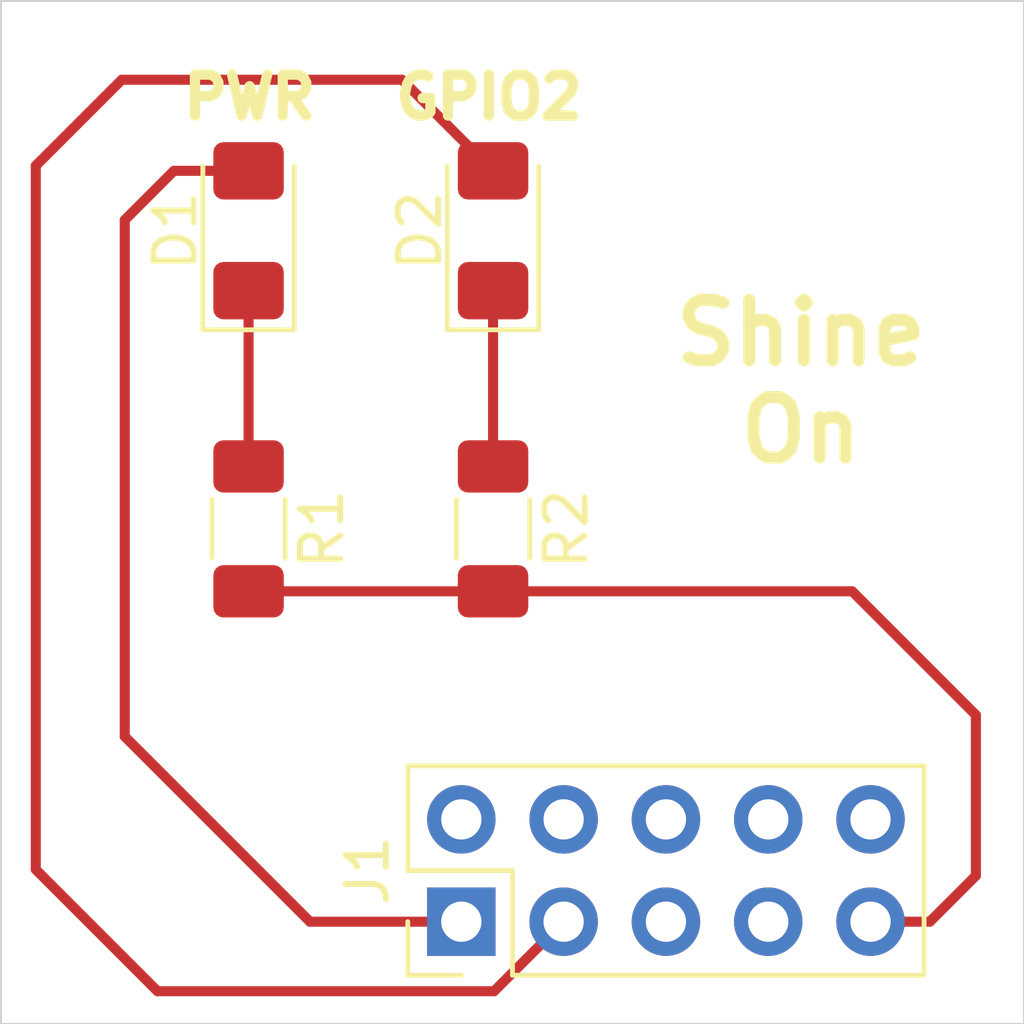
<source format=kicad_pcb>
(kicad_pcb (version 20171130) (host pcbnew "(5.1.7)-1")

  (general
    (thickness 1.6)
    (drawings 7)
    (tracks 20)
    (zones 0)
    (modules 5)
    (nets 6)
  )

  (page A4)
  (layers
    (0 F.Cu signal)
    (31 B.Cu signal)
    (32 B.Adhes user)
    (33 F.Adhes user)
    (34 B.Paste user)
    (35 F.Paste user)
    (36 B.SilkS user)
    (37 F.SilkS user)
    (38 B.Mask user)
    (39 F.Mask user)
    (40 Dwgs.User user)
    (41 Cmts.User user)
    (42 Eco1.User user)
    (43 Eco2.User user)
    (44 Edge.Cuts user)
    (45 Margin user)
    (46 B.CrtYd user)
    (47 F.CrtYd user)
    (48 B.Fab user)
    (49 F.Fab user)
  )

  (setup
    (last_trace_width 0.25)
    (trace_clearance 0.2)
    (zone_clearance 0.508)
    (zone_45_only no)
    (trace_min 0.2)
    (via_size 0.8)
    (via_drill 0.4)
    (via_min_size 0.4)
    (via_min_drill 0.3)
    (uvia_size 0.3)
    (uvia_drill 0.1)
    (uvias_allowed no)
    (uvia_min_size 0.2)
    (uvia_min_drill 0.1)
    (edge_width 0.05)
    (segment_width 0.2)
    (pcb_text_width 0.3)
    (pcb_text_size 1.5 1.5)
    (mod_edge_width 0.12)
    (mod_text_size 1 1)
    (mod_text_width 0.15)
    (pad_size 1.524 1.524)
    (pad_drill 0.762)
    (pad_to_mask_clearance 0)
    (aux_axis_origin 0 0)
    (visible_elements FFFFFF7F)
    (pcbplotparams
      (layerselection 0x010fc_ffffffff)
      (usegerberextensions false)
      (usegerberattributes true)
      (usegerberadvancedattributes true)
      (creategerberjobfile true)
      (excludeedgelayer true)
      (linewidth 0.100000)
      (plotframeref false)
      (viasonmask false)
      (mode 1)
      (useauxorigin false)
      (hpglpennumber 1)
      (hpglpenspeed 20)
      (hpglpendiameter 15.000000)
      (psnegative false)
      (psa4output false)
      (plotreference true)
      (plotvalue true)
      (plotinvisibletext false)
      (padsonsilk false)
      (subtractmaskfromsilk false)
      (outputformat 1)
      (mirror false)
      (drillshape 1)
      (scaleselection 1)
      (outputdirectory ""))
  )

  (net 0 "")
  (net 1 "Net-(D1-Pad1)")
  (net 2 "Net-(D1-Pad2)")
  (net 3 "Net-(D2-Pad2)")
  (net 4 "Net-(D2-Pad1)")
  (net 5 "Net-(J1-Pad9)")

  (net_class Default "This is the default net class."
    (clearance 0.2)
    (trace_width 0.25)
    (via_dia 0.8)
    (via_drill 0.4)
    (uvia_dia 0.3)
    (uvia_drill 0.1)
    (add_net "Net-(D1-Pad1)")
    (add_net "Net-(D1-Pad2)")
    (add_net "Net-(D2-Pad1)")
    (add_net "Net-(D2-Pad2)")
    (add_net "Net-(J1-Pad9)")
  )

  (module LED_SMD:LED_1206_3216Metric_Pad1.42x1.75mm_HandSolder (layer F.Cu) (tedit 5F68FEF1) (tstamp 5FF8D856)
    (at 119.1768 100.3189 90)
    (descr "LED SMD 1206 (3216 Metric), square (rectangular) end terminal, IPC_7351 nominal, (Body size source: http://www.tortai-tech.com/upload/download/2011102023233369053.pdf), generated with kicad-footprint-generator")
    (tags "LED handsolder")
    (path /5FF8754A)
    (attr smd)
    (fp_text reference D1 (at 0 -1.82 90) (layer F.SilkS)
      (effects (font (size 1 1) (thickness 0.15)))
    )
    (fp_text value LED (at 0 1.82 90) (layer F.Fab) hide
      (effects (font (size 1 1) (thickness 0.15)))
    )
    (fp_line (start 2.45 1.12) (end -2.45 1.12) (layer F.CrtYd) (width 0.05))
    (fp_line (start 2.45 -1.12) (end 2.45 1.12) (layer F.CrtYd) (width 0.05))
    (fp_line (start -2.45 -1.12) (end 2.45 -1.12) (layer F.CrtYd) (width 0.05))
    (fp_line (start -2.45 1.12) (end -2.45 -1.12) (layer F.CrtYd) (width 0.05))
    (fp_line (start -2.46 1.135) (end 1.6 1.135) (layer F.SilkS) (width 0.12))
    (fp_line (start -2.46 -1.135) (end -2.46 1.135) (layer F.SilkS) (width 0.12))
    (fp_line (start 1.6 -1.135) (end -2.46 -1.135) (layer F.SilkS) (width 0.12))
    (fp_line (start 1.6 0.8) (end 1.6 -0.8) (layer F.Fab) (width 0.1))
    (fp_line (start -1.6 0.8) (end 1.6 0.8) (layer F.Fab) (width 0.1))
    (fp_line (start -1.6 -0.4) (end -1.6 0.8) (layer F.Fab) (width 0.1))
    (fp_line (start -1.2 -0.8) (end -1.6 -0.4) (layer F.Fab) (width 0.1))
    (fp_line (start 1.6 -0.8) (end -1.2 -0.8) (layer F.Fab) (width 0.1))
    (fp_text user %R (at 0 0 90) (layer F.Fab)
      (effects (font (size 0.8 0.8) (thickness 0.12)))
    )
    (pad 1 smd roundrect (at -1.4875 0 90) (size 1.425 1.75) (layers F.Cu F.Paste F.Mask) (roundrect_rratio 0.175439)
      (net 1 "Net-(D1-Pad1)"))
    (pad 2 smd roundrect (at 1.4875 0 90) (size 1.425 1.75) (layers F.Cu F.Paste F.Mask) (roundrect_rratio 0.175439)
      (net 2 "Net-(D1-Pad2)"))
    (model ${KISYS3DMOD}/LED_SMD.3dshapes/LED_1206_3216Metric.wrl
      (at (xyz 0 0 0))
      (scale (xyz 1 1 1))
      (rotate (xyz 0 0 0))
    )
  )

  (module LED_SMD:LED_1206_3216Metric_Pad1.42x1.75mm_HandSolder (layer F.Cu) (tedit 5F68FEF1) (tstamp 5FF8D869)
    (at 125.2474 100.3189 90)
    (descr "LED SMD 1206 (3216 Metric), square (rectangular) end terminal, IPC_7351 nominal, (Body size source: http://www.tortai-tech.com/upload/download/2011102023233369053.pdf), generated with kicad-footprint-generator")
    (tags "LED handsolder")
    (path /5FF87C18)
    (attr smd)
    (fp_text reference D2 (at 0 -1.82 90) (layer F.SilkS)
      (effects (font (size 1 1) (thickness 0.15)))
    )
    (fp_text value LED (at 0 1.82 90) (layer F.Fab) hide
      (effects (font (size 1 1) (thickness 0.15)))
    )
    (fp_text user %R (at 0 0 90) (layer F.Fab)
      (effects (font (size 0.8 0.8) (thickness 0.12)))
    )
    (fp_line (start 1.6 -0.8) (end -1.2 -0.8) (layer F.Fab) (width 0.1))
    (fp_line (start -1.2 -0.8) (end -1.6 -0.4) (layer F.Fab) (width 0.1))
    (fp_line (start -1.6 -0.4) (end -1.6 0.8) (layer F.Fab) (width 0.1))
    (fp_line (start -1.6 0.8) (end 1.6 0.8) (layer F.Fab) (width 0.1))
    (fp_line (start 1.6 0.8) (end 1.6 -0.8) (layer F.Fab) (width 0.1))
    (fp_line (start 1.6 -1.135) (end -2.46 -1.135) (layer F.SilkS) (width 0.12))
    (fp_line (start -2.46 -1.135) (end -2.46 1.135) (layer F.SilkS) (width 0.12))
    (fp_line (start -2.46 1.135) (end 1.6 1.135) (layer F.SilkS) (width 0.12))
    (fp_line (start -2.45 1.12) (end -2.45 -1.12) (layer F.CrtYd) (width 0.05))
    (fp_line (start -2.45 -1.12) (end 2.45 -1.12) (layer F.CrtYd) (width 0.05))
    (fp_line (start 2.45 -1.12) (end 2.45 1.12) (layer F.CrtYd) (width 0.05))
    (fp_line (start 2.45 1.12) (end -2.45 1.12) (layer F.CrtYd) (width 0.05))
    (pad 2 smd roundrect (at 1.4875 0 90) (size 1.425 1.75) (layers F.Cu F.Paste F.Mask) (roundrect_rratio 0.175439)
      (net 3 "Net-(D2-Pad2)"))
    (pad 1 smd roundrect (at -1.4875 0 90) (size 1.425 1.75) (layers F.Cu F.Paste F.Mask) (roundrect_rratio 0.175439)
      (net 4 "Net-(D2-Pad1)"))
    (model ${KISYS3DMOD}/LED_SMD.3dshapes/LED_1206_3216Metric.wrl
      (at (xyz 0 0 0))
      (scale (xyz 1 1 1))
      (rotate (xyz 0 0 0))
    )
  )

  (module Connector_PinHeader_2.54mm:PinHeader_2x05_P2.54mm_Vertical (layer F.Cu) (tedit 59FED5CC) (tstamp 5FF8D889)
    (at 124.46 117.475 90)
    (descr "Through hole straight pin header, 2x05, 2.54mm pitch, double rows")
    (tags "Through hole pin header THT 2x05 2.54mm double row")
    (path /5FF89AB8)
    (fp_text reference J1 (at 1.27 -2.33 90) (layer F.SilkS)
      (effects (font (size 1 1) (thickness 0.15)))
    )
    (fp_text value Conn_02x05_Odd_Even (at 1.27 12.49 90) (layer F.Fab) hide
      (effects (font (size 1 1) (thickness 0.15)))
    )
    (fp_line (start 4.35 -1.8) (end -1.8 -1.8) (layer F.CrtYd) (width 0.05))
    (fp_line (start 4.35 11.95) (end 4.35 -1.8) (layer F.CrtYd) (width 0.05))
    (fp_line (start -1.8 11.95) (end 4.35 11.95) (layer F.CrtYd) (width 0.05))
    (fp_line (start -1.8 -1.8) (end -1.8 11.95) (layer F.CrtYd) (width 0.05))
    (fp_line (start -1.33 -1.33) (end 0 -1.33) (layer F.SilkS) (width 0.12))
    (fp_line (start -1.33 0) (end -1.33 -1.33) (layer F.SilkS) (width 0.12))
    (fp_line (start 1.27 -1.33) (end 3.87 -1.33) (layer F.SilkS) (width 0.12))
    (fp_line (start 1.27 1.27) (end 1.27 -1.33) (layer F.SilkS) (width 0.12))
    (fp_line (start -1.33 1.27) (end 1.27 1.27) (layer F.SilkS) (width 0.12))
    (fp_line (start 3.87 -1.33) (end 3.87 11.49) (layer F.SilkS) (width 0.12))
    (fp_line (start -1.33 1.27) (end -1.33 11.49) (layer F.SilkS) (width 0.12))
    (fp_line (start -1.33 11.49) (end 3.87 11.49) (layer F.SilkS) (width 0.12))
    (fp_line (start -1.27 0) (end 0 -1.27) (layer F.Fab) (width 0.1))
    (fp_line (start -1.27 11.43) (end -1.27 0) (layer F.Fab) (width 0.1))
    (fp_line (start 3.81 11.43) (end -1.27 11.43) (layer F.Fab) (width 0.1))
    (fp_line (start 3.81 -1.27) (end 3.81 11.43) (layer F.Fab) (width 0.1))
    (fp_line (start 0 -1.27) (end 3.81 -1.27) (layer F.Fab) (width 0.1))
    (fp_text user %R (at 1.27 5.08) (layer F.Fab)
      (effects (font (size 1 1) (thickness 0.15)))
    )
    (pad 1 thru_hole rect (at 0 0 90) (size 1.7 1.7) (drill 1) (layers *.Cu *.Mask)
      (net 2 "Net-(D1-Pad2)"))
    (pad 2 thru_hole oval (at 2.54 0 90) (size 1.7 1.7) (drill 1) (layers *.Cu *.Mask))
    (pad 3 thru_hole oval (at 0 2.54 90) (size 1.7 1.7) (drill 1) (layers *.Cu *.Mask)
      (net 3 "Net-(D2-Pad2)"))
    (pad 4 thru_hole oval (at 2.54 2.54 90) (size 1.7 1.7) (drill 1) (layers *.Cu *.Mask))
    (pad 5 thru_hole oval (at 0 5.08 90) (size 1.7 1.7) (drill 1) (layers *.Cu *.Mask))
    (pad 6 thru_hole oval (at 2.54 5.08 90) (size 1.7 1.7) (drill 1) (layers *.Cu *.Mask))
    (pad 7 thru_hole oval (at 0 7.62 90) (size 1.7 1.7) (drill 1) (layers *.Cu *.Mask))
    (pad 8 thru_hole oval (at 2.54 7.62 90) (size 1.7 1.7) (drill 1) (layers *.Cu *.Mask))
    (pad 9 thru_hole oval (at 0 10.16 90) (size 1.7 1.7) (drill 1) (layers *.Cu *.Mask)
      (net 5 "Net-(J1-Pad9)"))
    (pad 10 thru_hole oval (at 2.54 10.16 90) (size 1.7 1.7) (drill 1) (layers *.Cu *.Mask))
    (model ${KISYS3DMOD}/Connector_PinHeader_2.54mm.3dshapes/PinHeader_2x05_P2.54mm_Vertical.wrl
      (at (xyz 0 0 0))
      (scale (xyz 1 1 1))
      (rotate (xyz 0 0 0))
    )
  )

  (module Resistor_SMD:R_1206_3216Metric_Pad1.30x1.75mm_HandSolder (layer F.Cu) (tedit 5F68FEEE) (tstamp 5FF8DEB7)
    (at 119.1768 107.7214 270)
    (descr "Resistor SMD 1206 (3216 Metric), square (rectangular) end terminal, IPC_7351 nominal with elongated pad for handsoldering. (Body size source: IPC-SM-782 page 72, https://www.pcb-3d.com/wordpress/wp-content/uploads/ipc-sm-782a_amendment_1_and_2.pdf), generated with kicad-footprint-generator")
    (tags "resistor handsolder")
    (path /5FF88098)
    (attr smd)
    (fp_text reference R1 (at 0 -1.82 90) (layer F.SilkS)
      (effects (font (size 1 1) (thickness 0.15)))
    )
    (fp_text value 200 (at 0 1.82 90) (layer F.Fab) hide
      (effects (font (size 1 1) (thickness 0.15)))
    )
    (fp_line (start 2.45 1.12) (end -2.45 1.12) (layer F.CrtYd) (width 0.05))
    (fp_line (start 2.45 -1.12) (end 2.45 1.12) (layer F.CrtYd) (width 0.05))
    (fp_line (start -2.45 -1.12) (end 2.45 -1.12) (layer F.CrtYd) (width 0.05))
    (fp_line (start -2.45 1.12) (end -2.45 -1.12) (layer F.CrtYd) (width 0.05))
    (fp_line (start -0.727064 0.91) (end 0.727064 0.91) (layer F.SilkS) (width 0.12))
    (fp_line (start -0.727064 -0.91) (end 0.727064 -0.91) (layer F.SilkS) (width 0.12))
    (fp_line (start 1.6 0.8) (end -1.6 0.8) (layer F.Fab) (width 0.1))
    (fp_line (start 1.6 -0.8) (end 1.6 0.8) (layer F.Fab) (width 0.1))
    (fp_line (start -1.6 -0.8) (end 1.6 -0.8) (layer F.Fab) (width 0.1))
    (fp_line (start -1.6 0.8) (end -1.6 -0.8) (layer F.Fab) (width 0.1))
    (fp_text user %R (at 0 0 90) (layer F.Fab)
      (effects (font (size 0.8 0.8) (thickness 0.12)))
    )
    (pad 1 smd roundrect (at -1.55 0 270) (size 1.3 1.75) (layers F.Cu F.Paste F.Mask) (roundrect_rratio 0.192308)
      (net 1 "Net-(D1-Pad1)"))
    (pad 2 smd roundrect (at 1.55 0 270) (size 1.3 1.75) (layers F.Cu F.Paste F.Mask) (roundrect_rratio 0.192308)
      (net 5 "Net-(J1-Pad9)"))
    (model ${KISYS3DMOD}/Resistor_SMD.3dshapes/R_1206_3216Metric.wrl
      (at (xyz 0 0 0))
      (scale (xyz 1 1 1))
      (rotate (xyz 0 0 0))
    )
  )

  (module Resistor_SMD:R_1206_3216Metric_Pad1.30x1.75mm_HandSolder (layer F.Cu) (tedit 5F68FEEE) (tstamp 5FF8D8AB)
    (at 125.2474 107.7214 270)
    (descr "Resistor SMD 1206 (3216 Metric), square (rectangular) end terminal, IPC_7351 nominal with elongated pad for handsoldering. (Body size source: IPC-SM-782 page 72, https://www.pcb-3d.com/wordpress/wp-content/uploads/ipc-sm-782a_amendment_1_and_2.pdf), generated with kicad-footprint-generator")
    (tags "resistor handsolder")
    (path /5FF88C98)
    (attr smd)
    (fp_text reference R2 (at 0 -1.82 90) (layer F.SilkS)
      (effects (font (size 1 1) (thickness 0.15)))
    )
    (fp_text value 200 (at 0 1.82 90) (layer F.Fab) hide
      (effects (font (size 1 1) (thickness 0.15)))
    )
    (fp_text user %R (at 0 0 90) (layer F.Fab)
      (effects (font (size 0.8 0.8) (thickness 0.12)))
    )
    (fp_line (start -1.6 0.8) (end -1.6 -0.8) (layer F.Fab) (width 0.1))
    (fp_line (start -1.6 -0.8) (end 1.6 -0.8) (layer F.Fab) (width 0.1))
    (fp_line (start 1.6 -0.8) (end 1.6 0.8) (layer F.Fab) (width 0.1))
    (fp_line (start 1.6 0.8) (end -1.6 0.8) (layer F.Fab) (width 0.1))
    (fp_line (start -0.727064 -0.91) (end 0.727064 -0.91) (layer F.SilkS) (width 0.12))
    (fp_line (start -0.727064 0.91) (end 0.727064 0.91) (layer F.SilkS) (width 0.12))
    (fp_line (start -2.45 1.12) (end -2.45 -1.12) (layer F.CrtYd) (width 0.05))
    (fp_line (start -2.45 -1.12) (end 2.45 -1.12) (layer F.CrtYd) (width 0.05))
    (fp_line (start 2.45 -1.12) (end 2.45 1.12) (layer F.CrtYd) (width 0.05))
    (fp_line (start 2.45 1.12) (end -2.45 1.12) (layer F.CrtYd) (width 0.05))
    (pad 2 smd roundrect (at 1.55 0 270) (size 1.3 1.75) (layers F.Cu F.Paste F.Mask) (roundrect_rratio 0.192308)
      (net 5 "Net-(J1-Pad9)"))
    (pad 1 smd roundrect (at -1.55 0 270) (size 1.3 1.75) (layers F.Cu F.Paste F.Mask) (roundrect_rratio 0.192308)
      (net 4 "Net-(D2-Pad1)"))
    (model ${KISYS3DMOD}/Resistor_SMD.3dshapes/R_1206_3216Metric.wrl
      (at (xyz 0 0 0))
      (scale (xyz 1 1 1))
      (rotate (xyz 0 0 0))
    )
  )

  (gr_text GPIO2 (at 125.1458 97.0026) (layer F.SilkS)
    (effects (font (size 1.0174 1.0174) (thickness 0.25435)))
  )
  (gr_text PWR (at 119.2022 97.0026) (layer F.SilkS)
    (effects (font (size 1.0174 1.0174) (thickness 0.25435)))
  )
  (gr_text "Shine\nOn" (at 132.8928 104.0638) (layer F.SilkS)
    (effects (font (size 1.5 1.5) (thickness 0.3)))
  )
  (gr_line (start 113.03 120.015) (end 138.43 120.015) (layer Edge.Cuts) (width 0.05) (tstamp 5FF8DBDE))
  (gr_line (start 113.03 94.615) (end 113.03 120.015) (layer Edge.Cuts) (width 0.05))
  (gr_line (start 138.43 94.615) (end 113.03 94.615) (layer Edge.Cuts) (width 0.05))
  (gr_line (start 138.43 120.015) (end 138.43 94.615) (layer Edge.Cuts) (width 0.05))

  (segment (start 119.1768 106.1714) (end 119.1768 101.8064) (width 0.25) (layer F.Cu) (net 1))
  (segment (start 119.1768 98.8314) (end 117.3226 98.8314) (width 0.25) (layer F.Cu) (net 2))
  (segment (start 117.3226 98.8314) (end 116.1034 100.0506) (width 0.25) (layer F.Cu) (net 2))
  (segment (start 116.1034 100.0506) (end 116.1034 112.8776) (width 0.25) (layer F.Cu) (net 2))
  (segment (start 120.7008 117.475) (end 124.46 117.475) (width 0.25) (layer F.Cu) (net 2))
  (segment (start 116.1034 112.8776) (end 120.7008 117.475) (width 0.25) (layer F.Cu) (net 2))
  (segment (start 127 117.475) (end 125.2728 119.2022) (width 0.25) (layer F.Cu) (net 3))
  (segment (start 113.8936 116.1796) (end 113.8936 98.7044) (width 0.25) (layer F.Cu) (net 3))
  (segment (start 113.8936 98.7044) (end 116.0272 96.5708) (width 0.25) (layer F.Cu) (net 3))
  (segment (start 122.9868 96.5708) (end 125.2474 98.8314) (width 0.25) (layer F.Cu) (net 3))
  (segment (start 116.0272 96.5708) (end 122.9868 96.5708) (width 0.25) (layer F.Cu) (net 3))
  (segment (start 116.9162 119.2022) (end 125.2728 119.2022) (width 0.25) (layer F.Cu) (net 3))
  (segment (start 113.8936 116.1796) (end 116.9162 119.2022) (width 0.25) (layer F.Cu) (net 3))
  (segment (start 125.2474 106.1714) (end 125.2474 101.8064) (width 0.25) (layer F.Cu) (net 4))
  (segment (start 119.1768 109.2714) (end 125.2474 109.2714) (width 0.25) (layer F.Cu) (net 5))
  (segment (start 125.2474 109.2714) (end 134.1634 109.2714) (width 0.25) (layer F.Cu) (net 5))
  (segment (start 134.1634 109.2714) (end 137.2362 112.3442) (width 0.25) (layer F.Cu) (net 5))
  (segment (start 137.2362 112.3442) (end 137.2362 116.332) (width 0.25) (layer F.Cu) (net 5))
  (segment (start 136.0932 117.475) (end 137.2362 116.332) (width 0.25) (layer F.Cu) (net 5))
  (segment (start 134.62 117.475) (end 136.0932 117.475) (width 0.25) (layer F.Cu) (net 5))

)

</source>
